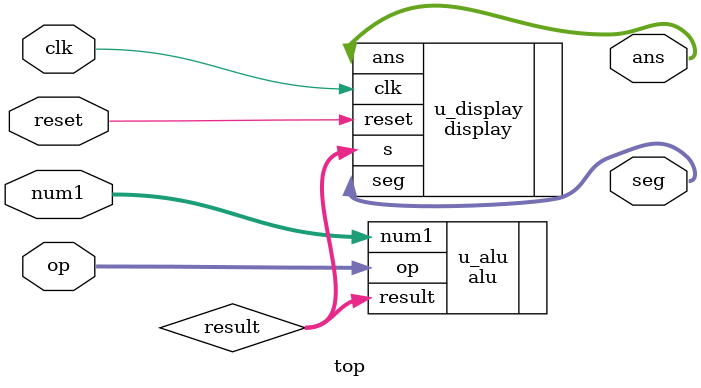
<source format=v>
`timescale 1ns / 1ps


module top(    
    input clk,
    input reset,
    input [7:0] num1,    
    input [2:0] op,    
    output [7:0] ans,
    output [6:0] seg
    );
    
    wire [31:0] result;
    
        // ALUÊµÀý»¯
    alu u_alu(
        .num1(num1),
        .op(op),
        .result(result)
    );

    // ÏÔÊ¾Ä£¿éÊµÀý»¯£¨ÒÑÌá¹©£©
    display u_display(
        .clk(clk),
        .reset(reset),
        .s(result),
        .seg(seg),
        .ans(ans)
    );
    
endmodule

</source>
